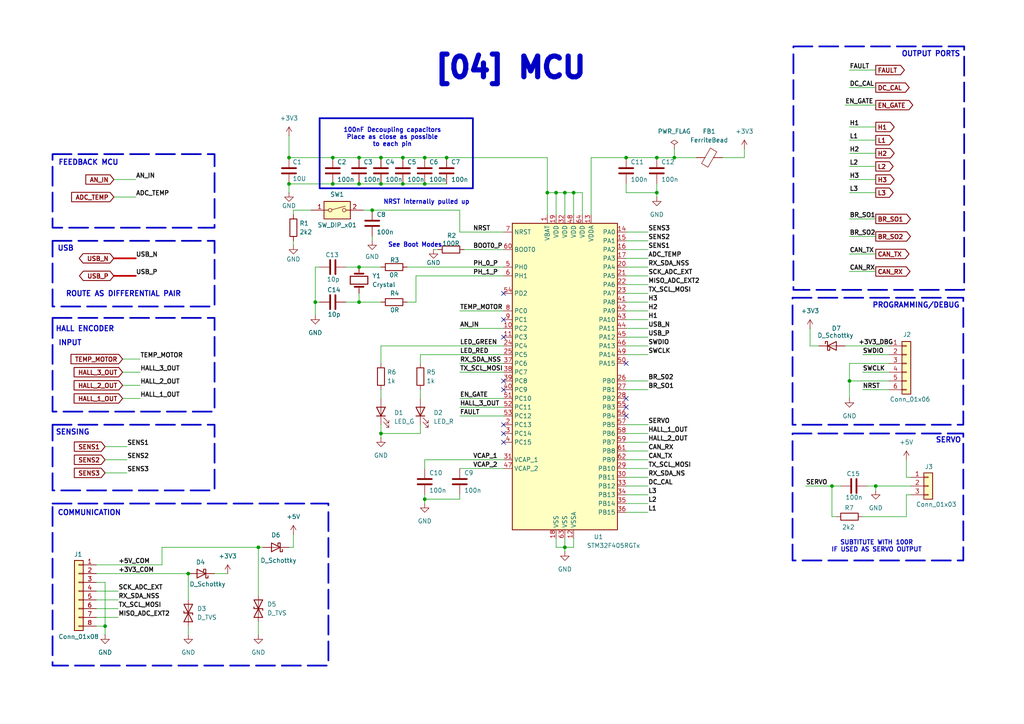
<source format=kicad_sch>
(kicad_sch (version 20231120) (generator "eeschema") (generator_version "8.0")
  (paper "A4")
  (title_block (title "Example Project") (date "2024-12-16") (rev "Rev01_1") (company "AKK Electronics") (comment 3 "aungkyawkhaing96.ece@gmail.com") (comment 4 "Aung Kyaw Khaing"))
  (lib_symbols
    (symbol "Connector_Generic:Conn_01x03" (pin_names (offset 1.016) hide)
      (property "Reference" "J" (at 0 5.08 0))
      (property "Value" "Conn_01x03" (at 0 -5.08 0))
      (symbol "Conn_01x03_1_1"
        (rectangle (start -1.27 -2.413) (end 0 -2.667) (stroke (width 0.1524)))
        (rectangle (start -1.27 0.127) (end 0 -0.127) (stroke (width 0.1524)))
        (rectangle (start -1.27 2.667) (end 0 2.413) (stroke (width 0.1524)))
        (rectangle (start -1.27 3.81) (end 1.27 -3.81) (stroke (width 0.254)) (fill (type background)))
        (pin passive line (at -5.08 2.54 0) (length 3.81) (name "Pin_1") (number "1"))
        (pin passive line (at -5.08 0 0) (length 3.81) (name "Pin_2") (number "2"))
        (pin passive line (at -5.08 -2.54 0) (length 3.81) (name "Pin_3") (number "3"))
      )
    )
    (symbol "Connector_Generic:Conn_01x06" (pin_names (offset 1.016) hide)
      (property "Reference" "J" (at 0 7.62 0))
      (property "Value" "Conn_01x06" (at 0 -10.16 0))
      (symbol "Conn_01x06_1_1"
        (rectangle (start -1.27 -7.493) (end 0 -7.747) (stroke (width 0.1524)))
        (rectangle (start -1.27 -4.953) (end 0 -5.207) (stroke (width 0.1524)))
        (rectangle (start -1.27 -2.413) (end 0 -2.667) (stroke (width 0.1524)))
        (rectangle (start -1.27 0.127) (end 0 -0.127) (stroke (width 0.1524)))
        (rectangle (start -1.27 2.667) (end 0 2.413) (stroke (width 0.1524)))
        (rectangle (start -1.27 5.207) (end 0 4.953) (stroke (width 0.1524)))
        (rectangle (start -1.27 6.35) (end 1.27 -8.89) (stroke (width 0.254)) (fill (type background)))
        (pin passive line (at -5.08 5.08 0) (length 3.81) (name "Pin_1") (number "1"))
        (pin passive line (at -5.08 2.54 0) (length 3.81) (name "Pin_2") (number "2"))
        (pin passive line (at -5.08 0 0) (length 3.81) (name "Pin_3") (number "3"))
        (pin passive line (at -5.08 -2.54 0) (length 3.81) (name "Pin_4") (number "4"))
        (pin passive line (at -5.08 -5.08 0) (length 3.81) (name "Pin_5") (number "5"))
        (pin passive line (at -5.08 -7.62 0) (length 3.81) (name "Pin_6") (number "6"))
      )
    )
    (symbol "Connector_Generic:Conn_01x08" (pin_names (offset 1.016) hide)
      (property "Reference" "J" (at 0 10.16 0))
      (property "Value" "Conn_01x08" (at 0 -12.7 0))
      (symbol "Conn_01x08_1_1"
        (rectangle (start -1.27 -10.033) (end 0 -10.287) (stroke (width 0.1524)))
        (rectangle (start -1.27 -7.493) (end 0 -7.747) (stroke (width 0.1524)))
        (rectangle (start -1.27 -4.953) (end 0 -5.207) (stroke (width 0.1524)))
        (rectangle (start -1.27 -2.413) (end 0 -2.667) (stroke (width 0.1524)))
        (rectangle (start -1.27 0.127) (end 0 -0.127) (stroke (width 0.1524)))
        (rectangle (start -1.27 2.667) (end 0 2.413) (stroke (width 0.1524)))
        (rectangle (start -1.27 5.207) (end 0 4.953) (stroke (width 0.1524)))
        (rectangle (start -1.27 7.747) (end 0 7.493) (stroke (width 0.1524)))
        (rectangle (start -1.27 8.89) (end 1.27 -11.43) (stroke (width 0.254)) (fill (type background)))
        (pin passive line (at -5.08 7.62 0) (length 3.81) (name "Pin_1") (number "1"))
        (pin passive line (at -5.08 5.08 0) (length 3.81) (name "Pin_2") (number "2"))
        (pin passive line (at -5.08 2.54 0) (length 3.81) (name "Pin_3") (number "3"))
        (pin passive line (at -5.08 0 0) (length 3.81) (name "Pin_4") (number "4"))
        (pin passive line (at -5.08 -2.54 0) (length 3.81) (name "Pin_5") (number "5"))
        (pin passive line (at -5.08 -5.08 0) (length 3.81) (name "Pin_6") (number "6"))
        (pin passive line (at -5.08 -7.62 0) (length 3.81) (name "Pin_7") (number "7"))
        (pin passive line (at -5.08 -10.16 0) (length 3.81) (name "Pin_8") (number "8"))
      )
    )
    (symbol "Device:C" (pin_numbers hide) (pin_names (offset 0.254))
      (property "Reference" "C" (at 0.635 2.54 0))
      (property "Value" "C" (at 0.635 -2.54 0))
      (symbol "C_0_1"
        (polyline (pts (xy -2.032 -0.762) (xy 2.032 -0.762)) (stroke (width 0.508)))
        (polyline (pts (xy -2.032 0.762) (xy 2.032 0.762)) (stroke (width 0.508)))
      )
      (symbol "C_1_1"
        (pin passive line (at 0 3.81 270) (length 2.794) (name "~") (number "1"))
        (pin passive line (at 0 -3.81 90) (length 2.794) (name "~") (number "2"))
      )
    )
    (symbol "Device:Crystal" (pin_numbers hide) (pin_names (offset 1.016) hide)
      (property "Reference" "Y" (at 0 3.81 0))
      (property "Value" "Crystal" (at 0 -3.81 0))
      (symbol "Crystal_0_1"
        (rectangle (start -1.143 2.54) (end 1.143 -2.54) (stroke (width 0.3048)))
        (polyline (pts (xy -2.54 0) (xy -1.905 0)))
        (polyline (pts (xy -1.905 -1.27) (xy -1.905 1.27)) (stroke (width 0.508)))
        (polyline (pts (xy 1.905 -1.27) (xy 1.905 1.27)) (stroke (width 0.508)))
        (polyline (pts (xy 2.54 0) (xy 1.905 0)))
      )
      (symbol "Crystal_1_1"
        (pin passive line (at -3.81 0 0) (length 1.27) (name "1") (number "1"))
        (pin passive line (at 3.81 0 180) (length 1.27) (name "2") (number "2"))
      )
    )
    (symbol "Device:D_Schottky" (pin_numbers hide) (pin_names (offset 1.016) hide)
      (property "Reference" "D" (at 0 2.54 0))
      (property "Value" "D_Schottky" (at 0 -2.54 0))
      (symbol "D_Schottky_0_1"
        (polyline (pts (xy 1.27 0) (xy -1.27 0)))
        (polyline (pts (xy 1.27 1.27) (xy 1.27 -1.27) (xy -1.27 0) (xy 1.27 1.27)) (stroke (width 0.254)))
        (polyline (pts (xy -1.905 0.635) (xy -1.905 1.27) (xy -1.27 1.27) (xy -1.27 -1.27) (xy -0.635 -1.27) (xy -0.635 -0.635)) (stroke (width 0.254)))
      )
      (symbol "D_Schottky_1_1"
        (pin passive line (at -3.81 0 0) (length 2.54) (name "K") (number "1"))
        (pin passive line (at 3.81 0 180) (length 2.54) (name "A") (number "2"))
      )
    )
    (symbol "Device:D_TVS" (pin_numbers hide) (pin_names (offset 1.016) hide)
      (property "Reference" "D" (at 0 2.54 0))
      (property "Value" "D_TVS" (at 0 -2.54 0))
      (symbol "D_TVS_0_1"
        (polyline (pts (xy 1.27 0) (xy -1.27 0)))
        (polyline (pts (xy 0.508 1.27) (xy 0 1.27) (xy 0 -1.27) (xy -0.508 -1.27)) (stroke (width 0.254)))
        (polyline (pts (xy -2.54 1.27) (xy -2.54 -1.27) (xy 2.54 1.27) (xy 2.54 -1.27) (xy -2.54 1.27)) (stroke (width 0.254)))
      )
      (symbol "D_TVS_1_1"
        (pin passive line (at -3.81 0 0) (length 2.54) (name "A1") (number "1"))
        (pin passive line (at 3.81 0 180) (length 2.54) (name "A2") (number "2"))
      )
    )
    (symbol "Device:FerriteBead" (pin_numbers hide) (pin_names (offset 0))
      (property "Reference" "FB" (at -3.81 0.635 90))
      (property "Value" "FerriteBead" (at 3.81 0 90))
      (symbol "FerriteBead_0_1"
        (polyline (pts (xy 0 -1.27) (xy 0 -1.2192)))
        (polyline (pts (xy 0 1.27) (xy 0 1.2954)))
        (polyline (pts (xy -2.7686 0.4064) (xy -1.7018 2.2606) (xy 2.7686 -0.3048) (xy 1.6764 -2.159) (xy -2.7686 0.4064)))
      )
      (symbol "FerriteBead_1_1"
        (pin passive line (at 0 3.81 270) (length 2.54) (name "~") (number "1"))
        (pin passive line (at 0 -3.81 90) (length 2.54) (name "~") (number "2"))
      )
    )
    (symbol "Device:LED" (pin_numbers hide) (pin_names (offset 1.016) hide)
      (property "Reference" "D" (at 0 2.54 0))
      (property "Value" "LED" (at 0 -2.54 0))
      (symbol "LED_0_1"
        (polyline (pts (xy -1.27 -1.27) (xy -1.27 1.27)) (stroke (width 0.254)))
        (polyline (pts (xy -1.27 0) (xy 1.27 0)))
        (polyline (pts (xy 1.27 -1.27) (xy 1.27 1.27) (xy -1.27 0) (xy 1.27 -1.27)) (stroke (width 0.254)))
        (polyline (pts (xy -3.048 -0.762) (xy -4.572 -2.286) (xy -3.81 -2.286) (xy -4.572 -2.286) (xy -4.572 -1.524)))
        (polyline (pts (xy -1.778 -0.762) (xy -3.302 -2.286) (xy -2.54 -2.286) (xy -3.302 -2.286) (xy -3.302 -1.524)))
      )
      (symbol "LED_1_1"
        (pin passive line (at -3.81 0 0) (length 2.54) (name "K") (number "1"))
        (pin passive line (at 3.81 0 180) (length 2.54) (name "A") (number "2"))
      )
    )
    (symbol "Device:R" (pin_numbers hide) (pin_names (offset 0))
      (property "Reference" "R" (at 2.032 0 90))
      (property "Value" "R" (at 0 0 90))
      (symbol "R_0_1"
        (rectangle (start -1.016 -2.54) (end 1.016 2.54) (stroke (width 0.254)))
      )
      (symbol "R_1_1"
        (pin passive line (at 0 3.81 270) (length 1.27) (name "~") (number "1"))
        (pin passive line (at 0 -3.81 90) (length 1.27) (name "~") (number "2"))
      )
    )
    (symbol "MCU_ST_STM32F4:STM32F405RGTx"
      (property "Reference" "U1" (at 7.62 -45.466 0))
      (property "Value" "STM32F405RGTx" (at 6.858 -47.752 0))
      (symbol "STM32F405RGTx_0_1"
        (rectangle (start -12.7 48.26) (end 17.78 -40.64) (stroke (width 0.254)) (fill (type background)))
      )
      (symbol "STM32F405RGTx_1_1"
        (pin power_in line (at -2.54 50.8 270) (length 2.54) (name "VBAT") (number "1"))
        (pin bidirectional line (at -15.24 17.78 0) (length 2.54) (name "PC2") (number "10"))
        (pin bidirectional line (at -15.24 15.24 0) (length 2.54) (name "PC3") (number "11"))
        (pin power_in line (at 5.08 -43.18 90) (length 2.54) (name "VSSA") (number "12"))
        (pin power_in line (at 10.16 50.8 270) (length 2.54) (name "VDDA") (number "13"))
        (pin bidirectional line (at 20.32 45.72 180) (length 2.54) (name "PA0") (number "14"))
        (pin bidirectional line (at 20.32 43.18 180) (length 2.54) (name "PA1") (number "15"))
        (pin bidirectional line (at 20.32 40.64 180) (length 2.54) (name "PA2") (number "16"))
        (pin bidirectional line (at 20.32 38.1 180) (length 2.54) (name "PA3") (number "17"))
        (pin power_in line (at 0 -43.18 90) (length 2.54) (name "VSS") (number "18"))
        (pin power_in line (at 0 50.8 270) (length 2.54) (name "VDD") (number "19"))
        (pin bidirectional line (at -15.24 -10.16 0) (length 2.54) (name "PC13") (number "2"))
        (pin bidirectional line (at 20.32 35.56 180) (length 2.54) (name "PA4") (number "20"))
        (pin bidirectional line (at 20.32 33.02 180) (length 2.54) (name "PA5") (number "21"))
        (pin bidirectional line (at 20.32 30.48 180) (length 2.54) (name "PA6") (number "22"))
        (pin bidirectional line (at 20.32 27.94 180) (length 2.54) (name "PA7") (number "23"))
        (pin bidirectional line (at -15.24 12.7 0) (length 2.54) (name "PC4") (number "24"))
        (pin bidirectional line (at -15.24 10.16 0) (length 2.54) (name "PC5") (number "25"))
        (pin bidirectional line (at 20.32 2.54 180) (length 2.54) (name "PB0") (number "26"))
        (pin bidirectional line (at 20.32 0 180) (length 2.54) (name "PB1") (number "27"))
        (pin bidirectional line (at 20.32 -2.54 180) (length 2.54) (name "PB2") (number "28"))
        (pin bidirectional line (at 20.32 -22.86 180) (length 2.54) (name "PB10") (number "29"))
        (pin bidirectional line (at -15.24 -12.7 0) (length 2.54) (name "PC14") (number "3"))
        (pin bidirectional line (at 20.32 -25.4 180) (length 2.54) (name "PB11") (number "30"))
        (pin power_out line (at -15.24 -20.32 0) (length 2.54) (name "VCAP_1") (number "31"))
        (pin power_in line (at 2.54 50.8 270) (length 2.54) (name "VDD") (number "32"))
        (pin bidirectional line (at 20.32 -27.94 180) (length 2.54) (name "PB12") (number "33"))
        (pin bidirectional line (at 20.32 -30.48 180) (length 2.54) (name "PB13") (number "34"))
        (pin bidirectional line (at 20.32 -33.02 180) (length 2.54) (name "PB14") (number "35"))
        (pin bidirectional line (at 20.32 -35.56 180) (length 2.54) (name "PB15") (number "36"))
        (pin bidirectional line (at -15.24 7.62 0) (length 2.54) (name "PC6") (number "37"))
        (pin bidirectional line (at -15.24 5.08 0) (length 2.54) (name "PC7") (number "38"))
        (pin bidirectional line (at -15.24 2.54 0) (length 2.54) (name "PC8") (number "39"))
        (pin bidirectional line (at -15.24 -15.24 0) (length 2.54) (name "PC15") (number "4"))
        (pin bidirectional line (at -15.24 0 0) (length 2.54) (name "PC9") (number "40"))
        (pin bidirectional line (at 20.32 25.4 180) (length 2.54) (name "PA8") (number "41"))
        (pin bidirectional line (at 20.32 22.86 180) (length 2.54) (name "PA9") (number "42"))
        (pin bidirectional line (at 20.32 20.32 180) (length 2.54) (name "PA10") (number "43"))
        (pin bidirectional line (at 20.32 17.78 180) (length 2.54) (name "PA11") (number "44"))
        (pin bidirectional line (at 20.32 15.24 180) (length 2.54) (name "PA12") (number "45"))
        (pin bidirectional line (at 20.32 12.7 180) (length 2.54) (name "PA13") (number "46"))
        (pin power_out line (at -15.24 -22.86 0) (length 2.54) (name "VCAP_2") (number "47"))
        (pin power_in line (at 5.08 50.8 270) (length 2.54) (name "VDD") (number "48"))
        (pin bidirectional line (at 20.32 10.16 180) (length 2.54) (name "PA14") (number "49"))
        (pin bidirectional line (at -15.24 35.56 0) (length 2.54) (name "PH0") (number "5"))
        (pin bidirectional line (at 20.32 7.62 180) (length 2.54) (name "PA15") (number "50"))
        (pin bidirectional line (at -15.24 -2.54 0) (length 2.54) (name "PC10") (number "51"))
        (pin bidirectional line (at -15.24 -5.08 0) (length 2.54) (name "PC11") (number "52"))
        (pin bidirectional line (at -15.24 -7.62 0) (length 2.54) (name "PC12") (number "53"))
        (pin bidirectional line (at -15.24 27.94 0) (length 2.54) (name "PD2") (number "54"))
        (pin bidirectional line (at 20.32 -5.08 180) (length 2.54) (name "PB3") (number "55"))
        (pin bidirectional line (at 20.32 -7.62 180) (length 2.54) (name "PB4") (number "56"))
        (pin bidirectional line (at 20.32 -10.16 180) (length 2.54) (name "PB5") (number "57"))
        (pin bidirectional line (at 20.32 -12.7 180) (length 2.54) (name "PB6") (number "58"))
        (pin bidirectional line (at 20.32 -15.24 180) (length 2.54) (name "PB7") (number "59"))
        (pin bidirectional line (at -15.24 33.02 0) (length 2.54) (name "PH1") (number "6"))
        (pin input line (at -15.24 40.64 0) (length 2.54) (name "BOOT0") (number "60"))
        (pin bidirectional line (at 20.32 -17.78 180) (length 2.54) (name "PB8") (number "61"))
        (pin bidirectional line (at 20.32 -20.32 180) (length 2.54) (name "PB9") (number "62"))
        (pin power_in line (at 2.54 -43.18 90) (length 2.54) (name "VSS") (number "63"))
        (pin power_in line (at 7.62 50.8 270) (length 2.54) (name "VDD") (number "64"))
        (pin input line (at -15.24 45.72 0) (length 2.54) (name "NRST") (number "7"))
        (pin bidirectional line (at -15.24 22.86 0) (length 2.54) (name "PC0") (number "8"))
        (pin bidirectional line (at -15.24 20.32 0) (length 2.54) (name "PC1") (number "9"))
      )
    )
    (symbol "Switch:SW_DIP_x01" (pin_names (offset 0) hide)
      (property "Reference" "SW" (at 0 3.81 0))
      (property "Value" "SW_DIP_x01" (at 0 -3.81 0))
      (symbol "SW_DIP_x01_0_0"
        (circle (center -2.032 0) (radius 0.508))
        (polyline (pts (xy -1.524 0.127) (xy 2.3622 1.1684)))
        (circle (center 2.032 0) (radius 0.508))
      )
      (symbol "SW_DIP_x01_0_1"
        (rectangle (start -3.81 2.54) (end 3.81 -2.54) (stroke (width 0.254)) (fill (type background)))
      )
      (symbol "SW_DIP_x01_1_1"
        (pin passive line (at -7.62 0 0) (length 5.08) (name "~") (number "1"))
        (pin passive line (at 7.62 0 180) (length 5.08) (name "~") (number "2"))
      )
    )
    (symbol "power:+3V3" (power) (pin_numbers hide) (pin_names (offset 0) hide)
      (property "Value" "+3V3" (at 0 3.556 0))
      (symbol "+3V3_0_1"
        (polyline (pts (xy -0.762 1.27) (xy 0 2.54)))
        (polyline (pts (xy 0 0) (xy 0 2.54)))
        (polyline (pts (xy 0 2.54) (xy 0.762 1.27)))
      )
      (symbol "+3V3_1_1"
        (pin power_in line (at 0 0 90) (length 0) (name "~") (number "1"))
      )
    )
    (symbol "power:+5V" (power) (pin_numbers hide) (pin_names (offset 0) hide)
      (property "Value" "+5V" (at 0 3.556 0))
      (symbol "+5V_0_1"
        (polyline (pts (xy -0.762 1.27) (xy 0 2.54)))
        (polyline (pts (xy 0 0) (xy 0 2.54)))
        (polyline (pts (xy 0 2.54) (xy 0.762 1.27)))
      )
      (symbol "+5V_1_1"
        (pin power_in line (at 0 0 90) (length 0) (name "~") (number "1"))
      )
    )
    (symbol "power:GND" (power) (pin_numbers hide) (pin_names (offset 0) hide)
      (property "Value" "GND" (at 0 -3.81 0))
      (symbol "GND_0_1"
        (polyline (pts (xy 0 0) (xy 0 -1.27) (xy 1.27 -1.27) (xy 0 -2.54) (xy -1.27 -1.27) (xy 0 -1.27)))
      )
      (symbol "GND_1_1"
        (pin power_in line (at 0 0 270) (length 0) (name "~") (number "1"))
      )
    )
    (symbol "power:PWR_FLAG" (power) (pin_numbers hide) (pin_names (offset 0) hide)
      (property "Value" "PWR_FLAG" (at 0 3.81 0))
      (symbol "PWR_FLAG_0_0"
        (pin power_out line (at 0 0 90) (length 0) (name "~") (number "1"))
      )
      (symbol "PWR_FLAG_0_1"
        (polyline (pts (xy 0 0) (xy 0 1.27) (xy -1.016 1.905) (xy 0 2.54) (xy 1.016 1.905) (xy 0 1.27)))
      )
    )
  )
  (junction (at 110.49 125.73))
  (junction (at 110.49 45.72))
  (junction (at 181.61 45.72))
  (junction (at 104.14 87.63))
  (junction (at 96.52 45.72))
  (junction (at 190.5 45.72))
  (junction (at 166.37 55.88))
  (junction (at 195.58 45.72))
  (junction (at 161.29 55.88))
  (junction (at 129.54 45.72))
  (junction (at 163.83 55.88))
  (junction (at 190.5 55.88))
  (junction (at 123.19 144.78))
  (junction (at 123.19 53.34))
  (junction (at 110.49 53.34))
  (junction (at 74.93 158.75))
  (junction (at 116.84 53.34))
  (junction (at 83.82 45.72))
  (junction (at 241.3 140.97))
  (junction (at 104.14 45.72))
  (junction (at 96.52 53.34))
  (junction (at 254 140.97))
  (junction (at 91.44 87.63))
  (junction (at 104.14 53.34))
  (junction (at 83.82 53.34))
  (junction (at 107.95 60.96))
  (junction (at 54.61 166.37))
  (junction (at 30.48 181.61))
  (junction (at 123.19 45.72))
  (junction (at 116.84 45.72))
  (junction (at 104.14 77.47))
  (junction (at 158.75 55.88))
  (junction (at 246.38 110.49))
  (junction (at 163.83 158.75))
  (no_connect (at 146.05 113.03))
  (no_connect (at 181.61 120.65))
  (no_connect (at 146.05 123.19))
  (no_connect (at 146.05 92.71))
  (no_connect (at 181.61 115.57))
  (no_connect (at 181.61 118.11))
  (no_connect (at 146.05 85.09))
  (no_connect (at 146.05 125.73))
  (no_connect (at 146.05 97.79))
  (no_connect (at 146.05 128.27))
  (no_connect (at 181.61 105.41))
  (no_connect (at 146.05 110.49))
  (wire (pts (xy 85.09 158.75) (xy 83.82 158.75)))
  (wire (pts (xy 163.83 158.75) (xy 163.83 160.02)))
  (wire (pts (xy 110.49 45.72) (xy 116.84 45.72)))
  (wire (pts (xy 187.96 133.35) (xy 181.61 133.35)))
  (wire (pts (xy 163.83 55.88) (xy 166.37 55.88)))
  (wire (pts (xy 181.61 55.88) (xy 190.5 55.88)))
  (wire (pts (xy 83.82 53.34) (xy 96.52 53.34)))
  (wire (pts (xy 241.3 140.97) (xy 241.3 149.86)))
  (wire (pts (xy 27.94 171.45) (xy 34.29 171.45)))
  (wire (pts (xy 40.64 104.14) (xy 35.56 104.14)))
  (wire (pts (xy 104.14 85.09) (xy 104.14 87.63)))
  (wire (pts (xy 187.96 67.31) (xy 181.61 67.31)))
  (wire (pts (xy 161.29 156.21) (xy 161.29 158.75)))
  (wire (pts (xy 146.05 72.39) (xy 134.62 72.39)))
  (wire (pts (xy 166.37 55.88) (xy 166.37 62.23)))
  (wire (pts (xy 46.99 163.83) (xy 46.99 158.75)))
  (wire (pts (xy 100.33 77.47) (xy 104.14 77.47)))
  (wire (pts (xy 187.96 140.97) (xy 181.61 140.97)))
  (wire (pts (xy 39.37 57.15) (xy 33.02 57.15)))
  (wire (pts (xy 250.19 102.87) (xy 257.81 102.87)))
  (wire (pts (xy 110.49 53.34) (xy 116.84 53.34)))
  (wire (pts (xy 91.44 87.63) (xy 91.44 77.47)))
  (wire (pts (xy 105.41 60.96) (xy 107.95 60.96)))
  (wire (pts (xy 187.96 100.33) (xy 181.61 100.33)))
  (wire (pts (xy 187.96 102.87) (xy 181.61 102.87)))
  (wire (pts (xy 120.65 80.01) (xy 146.05 80.01)))
  (wire (pts (xy 36.83 129.54) (xy 30.48 129.54)))
  (wire (pts (xy 116.84 53.34) (xy 123.19 53.34)))
  (wire (pts (xy 181.61 53.34) (xy 181.61 55.88)))
  (wire (pts (xy 187.96 74.93) (xy 181.61 74.93)))
  (wire (pts (xy 250.19 107.95) (xy 257.81 107.95)))
  (wire (pts (xy 242.57 149.86) (xy 241.3 149.86)))
  (wire (pts (xy 246.38 36.83) (xy 254 36.83)))
  (wire (pts (xy 171.45 45.72) (xy 181.61 45.72)))
  (wire (pts (xy 133.35 90.17) (xy 146.05 90.17)))
  (wire (pts (xy 133.35 95.25) (xy 146.05 95.25)))
  (wire (pts (xy 190.5 53.34) (xy 190.5 55.88)))
  (wire (pts (xy 104.14 87.63) (xy 110.49 87.63)))
  (wire (pts (xy 187.96 85.09) (xy 181.61 85.09)))
  (wire (pts (xy 195.58 45.72) (xy 201.93 45.72)))
  (wire (pts (xy 246.38 55.88) (xy 254 55.88)))
  (wire (pts (xy 246.38 20.32) (xy 254 20.32)))
  (wire (pts (xy 233.68 140.97) (xy 241.3 140.97)))
  (wire (pts (xy 187.96 77.47) (xy 181.61 77.47)))
  (wire (pts (xy 133.35 105.41) (xy 146.05 105.41)))
  (wire (pts (xy 251.46 140.97) (xy 254 140.97)))
  (wire (pts (xy 133.35 107.95) (xy 146.05 107.95)))
  (wire (pts (xy 27.94 179.07) (xy 34.29 179.07)))
  (wire (pts (xy 54.61 166.37) (xy 54.61 173.99)))
  (wire (pts (xy 104.14 45.72) (xy 110.49 45.72)))
  (wire (pts (xy 187.96 72.39) (xy 181.61 72.39)))
  (wire (pts (xy 110.49 100.33) (xy 110.49 105.41)))
  (wire (pts (xy 123.19 133.35) (xy 146.05 133.35)))
  (wire (pts (xy 133.35 120.65) (xy 146.05 120.65)))
  (wire (pts (xy 110.49 125.73) (xy 110.49 127)))
  (wire (pts (xy 27.94 166.37) (xy 54.61 166.37)))
  (wire (pts (xy 123.19 53.34) (xy 129.54 53.34)))
  (wire (pts (xy 187.96 146.05) (xy 181.61 146.05)))
  (wire (pts (xy 90.17 60.96) (xy 85.09 60.96)))
  (wire (pts (xy 27.94 181.61) (xy 30.48 181.61)))
  (wire (pts (xy 36.83 137.16) (xy 30.48 137.16)))
  (wire (pts (xy 246.38 68.58) (xy 254 68.58)))
  (wire (pts (xy 133.35 144.78) (xy 123.19 144.78)))
  (wire (pts (xy 158.75 55.88) (xy 158.75 45.72)))
  (wire (pts (xy 127 72.39) (xy 125.73 72.39)))
  (wire (pts (xy 27.94 163.83) (xy 46.99 163.83)))
  (wire (pts (xy 187.96 92.71) (xy 181.61 92.71)))
  (wire (pts (xy 116.84 45.72) (xy 123.19 45.72)))
  (wire (pts (xy 123.19 143.51) (xy 123.19 144.78)))
  (wire (pts (xy 187.96 80.01) (xy 181.61 80.01)))
  (wire (pts (xy 100.33 87.63) (xy 104.14 87.63)))
  (wire (pts (xy 187.96 143.51) (xy 181.61 143.51)))
  (wire (pts (xy 161.29 55.88) (xy 161.29 62.23)))
  (wire (pts (xy 83.82 45.72) (xy 96.52 45.72)))
  (wire (pts (xy 181.61 45.72) (xy 190.5 45.72)))
  (wire (pts (xy 36.83 133.35) (xy 30.48 133.35)))
  (wire (pts (xy 187.96 97.79) (xy 181.61 97.79)))
  (wire (pts (xy 30.48 168.91) (xy 30.48 181.61)))
  (wire (pts (xy 166.37 55.88) (xy 168.91 55.88)))
  (wire (pts (xy 187.96 110.49) (xy 181.61 110.49)))
  (wire (pts (xy 246.38 44.45) (xy 254 44.45)))
  (wire (pts (xy 91.44 87.63) (xy 92.71 87.63)))
  (wire (pts (xy 91.44 87.63) (xy 91.44 91.44)))
  (wire (pts (xy 83.82 39.37) (xy 83.82 45.72)))
  (wire (pts (xy 246.38 40.64) (xy 254 40.64)))
  (wire (pts (xy 27.94 176.53) (xy 34.29 176.53)))
  (wire (pts (xy 118.11 77.47) (xy 146.05 77.47)))
  (wire (pts (xy 39.37 80.01) (xy 33.02 80.01)) (stroke (width 0.5) (color 194 0 0 1)))
  (wire (pts (xy 254 140.97) (xy 264.16 140.97)))
  (wire (pts (xy 107.95 68.58) (xy 107.95 69.85)))
  (wire (pts (xy 257.81 110.49) (xy 246.38 110.49)))
  (wire (pts (xy 250.19 149.86) (xy 262.89 149.86)))
  (wire (pts (xy 74.93 158.75) (xy 74.93 172.72)))
  (wire (pts (xy 133.35 143.51) (xy 133.35 144.78)))
  (wire (pts (xy 187.96 123.19) (xy 181.61 123.19)))
  (wire (pts (xy 190.5 57.15) (xy 190.5 55.88)))
  (wire (pts (xy 187.96 148.59) (xy 181.61 148.59)))
  (wire (pts (xy 187.96 135.89) (xy 181.61 135.89)))
  (wire (pts (xy 39.37 74.93) (xy 33.02 74.93)) (stroke (width 0.5) (color 194 0 0 1)))
  (wire (pts (xy 234.95 95.25) (xy 234.95 100.33)))
  (wire (pts (xy 27.94 168.91) (xy 30.48 168.91)))
  (wire (pts (xy 110.49 123.19) (xy 110.49 125.73)))
  (wire (pts (xy 133.35 115.57) (xy 146.05 115.57)))
  (wire (pts (xy 83.82 53.34) (xy 83.82 55.88)))
  (wire (pts (xy 121.92 123.19) (xy 121.92 125.73)))
  (wire (pts (xy 163.83 62.23) (xy 163.83 55.88)))
  (wire (pts (xy 245.11 30.48) (xy 254 30.48)))
  (wire (pts (xy 74.93 180.34) (xy 74.93 184.15)))
  (wire (pts (xy 96.52 53.34) (xy 104.14 53.34)))
  (wire (pts (xy 246.38 78.74) (xy 254 78.74)))
  (wire (pts (xy 85.09 60.96) (xy 85.09 62.23)))
  (wire (pts (xy 123.19 144.78) (xy 123.19 146.05)))
  (wire (pts (xy 123.19 45.72) (xy 129.54 45.72)))
  (wire (pts (xy 254 140.97) (xy 254 142.24)))
  (wire (pts (xy 250.19 113.03) (xy 257.81 113.03)))
  (wire (pts (xy 133.35 60.96) (xy 133.35 67.31)))
  (wire (pts (xy 246.38 48.26) (xy 254 48.26)))
  (wire (pts (xy 76.2 158.75) (xy 74.93 158.75)))
  (wire (pts (xy 246.38 25.4) (xy 254 25.4)))
  (wire (pts (xy 120.65 87.63) (xy 118.11 87.63)))
  (wire (pts (xy 121.92 125.73) (xy 110.49 125.73)))
  (wire (pts (xy 187.96 82.55) (xy 181.61 82.55)))
  (wire (pts (xy 123.19 133.35) (xy 123.19 135.89)))
  (wire (pts (xy 187.96 113.03) (xy 181.61 113.03)))
  (wire (pts (xy 246.38 73.66) (xy 254 73.66)))
  (wire (pts (xy 187.96 138.43) (xy 181.61 138.43)))
  (wire (pts (xy 257.81 105.41) (xy 246.38 105.41)))
  (wire (pts (xy 104.14 77.47) (xy 110.49 77.47)))
  (wire (pts (xy 104.14 53.34) (xy 110.49 53.34)))
  (wire (pts (xy 158.75 45.72) (xy 129.54 45.72)))
  (wire (pts (xy 133.35 118.11) (xy 146.05 118.11)))
  (wire (pts (xy 166.37 156.21) (xy 166.37 158.75)))
  (wire (pts (xy 166.37 158.75) (xy 163.83 158.75)))
  (wire (pts (xy 187.96 87.63) (xy 181.61 87.63)))
  (wire (pts (xy 215.9 43.18) (xy 215.9 45.72)))
  (wire (pts (xy 161.29 158.75) (xy 163.83 158.75)))
  (wire (pts (xy 187.96 69.85) (xy 181.61 69.85)))
  (wire (pts (xy 187.96 125.73) (xy 181.61 125.73)))
  (wire (pts (xy 187.96 90.17) (xy 181.61 90.17)))
  (wire (pts (xy 246.38 52.07) (xy 254 52.07)))
  (wire (pts (xy 40.64 107.95) (xy 35.56 107.95)))
  (wire (pts (xy 190.5 45.72) (xy 195.58 45.72)))
  (wire (pts (xy 133.35 135.89) (xy 146.05 135.89)))
  (wire (pts (xy 209.55 45.72) (xy 215.9 45.72)))
  (wire (pts (xy 234.95 100.33) (xy 237.49 100.33)))
  (wire (pts (xy 262.89 149.86) (xy 262.89 143.51)))
  (wire (pts (xy 107.95 60.96) (xy 133.35 60.96)))
  (wire (pts (xy 96.52 45.72) (xy 104.14 45.72)))
  (wire (pts (xy 161.29 55.88) (xy 158.75 55.88)))
  (wire (pts (xy 241.3 140.97) (xy 243.84 140.97)))
  (wire (pts (xy 262.89 143.51) (xy 264.16 143.51)))
  (wire (pts (xy 46.99 158.75) (xy 74.93 158.75)))
  (wire (pts (xy 246.38 105.41) (xy 246.38 110.49)))
  (wire (pts (xy 158.75 62.23) (xy 158.75 55.88)))
  (wire (pts (xy 163.83 156.21) (xy 163.83 158.75)))
  (wire (pts (xy 27.94 173.99) (xy 34.29 173.99)))
  (wire (pts (xy 110.49 113.03) (xy 110.49 115.57)))
  (wire (pts (xy 161.29 55.88) (xy 163.83 55.88)))
  (wire (pts (xy 262.89 138.43) (xy 264.16 138.43)))
  (wire (pts (xy 62.23 166.37) (xy 66.04 166.37)))
  (wire (pts (xy 246.38 63.5) (xy 254 63.5)))
  (wire (pts (xy 246.38 110.49) (xy 246.38 115.57)))
  (wire (pts (xy 39.37 52.07) (xy 33.02 52.07)))
  (wire (pts (xy 40.64 111.76) (xy 35.56 111.76)))
  (wire (pts (xy 187.96 128.27) (xy 181.61 128.27)))
  (wire (pts (xy 85.09 69.85) (xy 85.09 71.12)))
  (wire (pts (xy 133.35 67.31) (xy 146.05 67.31)))
  (wire (pts (xy 85.09 154.94) (xy 85.09 158.75)))
  (wire (pts (xy 91.44 77.47) (xy 92.71 77.47)))
  (wire (pts (xy 187.96 130.81) (xy 181.61 130.81)))
  (wire (pts (xy 187.96 95.25) (xy 181.61 95.25)))
  (wire (pts (xy 30.48 181.61) (xy 30.48 184.15)))
  (wire (pts (xy 54.61 181.61) (xy 54.61 184.15)))
  (wire (pts (xy 168.91 62.23) (xy 168.91 55.88)))
  (wire (pts (xy 146.05 100.33) (xy 110.49 100.33)))
  (wire (pts (xy 120.65 80.01) (xy 120.65 87.63)))
  (wire (pts (xy 195.58 43.18) (xy 195.58 45.72)))
  (wire (pts (xy 40.64 115.57) (xy 35.56 115.57)))
  (wire (pts (xy 121.92 113.03) (xy 121.92 115.57)))
  (wire (pts (xy 146.05 102.87) (xy 121.92 102.87)))
  (wire (pts (xy 121.92 102.87) (xy 121.92 105.41)))
  (wire (pts (xy 262.89 138.43) (xy 262.89 133.35)))
  (wire (pts (xy 245.11 100.33) (xy 257.81 100.33)))
  (wire (pts (xy 171.45 62.23) (xy 171.45 45.72)))
  (rectangle (start 15.24 44.704) (end 62.23 66.04) (stroke (width 0.5) (type dash)))
  (rectangle (start 15.24 69.85) (end 62.23 88.9) (stroke (width 0.5) (type dash)))
  (rectangle (start 15.24 146.05) (end 95.25 193.04) (stroke (width 0.5) (type dash)))
  (rectangle (start 15.24 123.19) (end 62.23 142.24) (stroke (width 0.5) (type dash)))
  (rectangle (start 230.124 13.462) (end 279.654 84.074) (stroke (width 0.5) (type dash)))
  (rectangle (start 92.71 34.29) (end 137.16 54.61) (stroke (width 0.5) (color 0 0 194 1)))
  (rectangle (start 229.87 86.36) (end 279.4 123.19) (stroke (width 0.5) (type dash)))
  (rectangle (start 15.24 92.202) (end 62.23 119.38) (stroke (width 0.5) (type dash)))
  (rectangle (start 229.87 125.73) (end 279.4 162.56) (stroke (width 0.5) (type dash)))
  (text "100nF Decoupling capacitors\nPlace as close as possible\nto each pin" (at 113.792 39.878 0) (effects (font (size 1.27 1.27) (bold yes))))
  (text "OUTPUT PORTS\n" (at 270.002 15.748 0) (effects (font (size 1.5 1.5) (bold yes))))
  (text "See Boot Modes" (at 120.396 71.12 0) (effects (font (size 1.27 1.27) (bold yes))))
  (text "SERVO" (at 275.082 127.762 0) (effects (font (size 1.5 1.5) (bold yes))))
  (text "[04] MCU" (at 148.082 19.812 0) (effects (font (size 6 6) (thickness 1.6) (bold yes))))
  (text "SENSING\n" (at 21.082 125.476 0) (effects (font (size 1.5 1.5) (bold yes))))
  (text "USB\n" (at 19.05 72.136 0) (effects (font (size 1.5 1.5) (bold yes))))
  (text "SUBTITUTE WITH 100R\nIF USED AS SERVO OUTPUT" (at 254.254 158.496 0) (effects (font (size 1.27 1.27) (bold yes))))
  (text "PROGRAMMING/DEBUG" (at 265.684 88.646 0) (effects (font (size 1.5 1.5) (bold yes))))
  (text "INPUT\n" (at 20.32 99.568 0) (effects (font (size 1.5 1.5) (bold yes))))
  (text "ROUTE AS DIFFERENTIAL PAIR" (at 35.814 85.344 0) (effects (font (size 1.5 1.5) (bold yes))))
  (text "FEEDBACK MCU\n" (at 25.654 47.244 0) (effects (font (size 1.5 1.5) (bold yes))))
  (text "NRST internally pulled up\n" (at 123.698 58.674 0) (effects (font (size 1.27 1.27) (bold yes))))
  (text "HALL ENCODER" (at 24.638 95.504 0) (effects (font (size 1.5 1.5) (bold yes))))
  (text "COMMUNICATION" (at 25.908 148.844 0) (effects (font (size 1.5 1.5) (bold yes))))
  (label "USB_P" (at 187.96 97.79 0) (effects (font (bold yes))))
  (label "FAULT" (at 133.35 120.65 0) (effects (font (bold yes))))
  (label "VCAP_2" (at 137.16 135.89 0) (effects (font (bold yes))))
  (label "CAN_RX" (at 246.38 78.74 0) (effects (font (bold yes))))
  (label "ADC_TEMP" (at 39.37 57.15 0) (effects (font (bold yes))))
  (label "EN_GATE" (at 245.11 30.48 0) (effects (font (bold yes))))
  (label "L1" (at 246.38 40.64 0) (effects (font (bold yes))))
  (label "CAN_TX" (at 187.96 133.35 0) (effects (font (bold yes))))
  (label "PH_0_P" (at 137.16 77.47 0) (effects (font (bold yes))))
  (label "H1" (at 187.96 92.71 0) (effects (font (bold yes))))
  (label "LED_GREEN" (at 133.35 100.33 0) (effects (font (bold yes))))
  (label "TEMP_MOTOR" (at 40.64 104.14 0) (effects (font (bold yes))))
  (label "USB_N" (at 187.96 95.25 0) (effects (font (bold yes))))
  (label "BOOT0_P" (at 137.16 72.39 0) (effects (font (bold yes))))
  (label "SENS1" (at 187.96 72.39 0) (effects (font (bold yes))))
  (label "SENS2" (at 36.83 133.35 0) (effects (font (bold yes))))
  (label "AN_IN" (at 39.37 52.07 0) (effects (font (bold yes))))
  (label "SERVO" (at 187.96 123.19 0) (effects (font (bold yes))))
  (label "H2" (at 187.96 90.17 0) (effects (font (bold yes))))
  (label "SWCLK" (at 187.96 102.87 0) (effects (font (bold yes))))
  (label "NRST" (at 137.16 67.31 0) (effects (font (bold yes))))
  (label "SCK_ADC_EXT" (at 34.29 171.45 0) (effects (font (bold yes))))
  (label "L1" (at 187.96 148.59 0) (effects (font (bold yes))))
  (label "NRST" (at 250.19 113.03 0) (effects (font (bold yes))))
  (label "L2" (at 246.38 48.26 0) (effects (font (bold yes))))
  (label "HALL_2_OUT" (at 40.64 111.76 0) (effects (font (bold yes))))
  (label "L2" (at 187.96 146.05 0) (effects (font (bold yes))))
  (label "CAN_TX" (at 246.38 73.66 0) (effects (font (bold yes))))
  (label "AN_IN" (at 133.35 95.25 0) (effects (font (bold yes))))
  (label "USB_P" (at 39.37 80.01 0) (effects (font (bold yes))))
  (label "BR_SO2" (at 246.38 68.58 0) (effects (font (bold yes))))
  (label "HALL_1_OUT" (at 40.64 115.57 0) (effects (font (bold yes))))
  (label "FAULT" (at 246.38 20.32 0) (effects (font (bold yes))))
  (label "CAN_RX" (at 187.96 130.81 0) (effects (font (bold yes))))
  (label "HALL_1_OUT" (at 187.96 125.73 0) (effects (font (bold yes))))
  (label "H2" (at 246.38 44.45 0) (effects (font (bold yes))))
  (label "PH_1_P" (at 137.16 80.01 0) (effects (font (bold yes))))
  (label "USB_N" (at 39.37 74.93 0) (effects (font (bold yes))))
  (label "+3V3_DBG" (at 248.92 100.33 0) (effects (font (bold yes))))
  (label "+5V_COM" (at 34.29 163.83 0) (effects (font (bold yes))))
  (label "HALL_3_OUT" (at 40.64 107.95 0) (effects (font (bold yes))))
  (label "L3" (at 246.38 55.88 0) (effects (font (bold yes))))
  (label "RX_SDA_NSS" (at 187.96 77.47 0) (effects (font (bold yes))))
  (label "SWDIO" (at 250.19 102.87 0) (effects (font (bold yes))))
  (label "TX_SCL_MOSI" (at 133.35 107.95 0) (effects (font (bold yes))))
  (label "DC_CAL" (at 187.96 140.97 0) (effects (font (bold yes))))
  (label "RX_SDA_NSS" (at 133.35 105.41 0) (effects (font (bold yes))))
  (label "HALL_2_OUT" (at 187.96 128.27 0) (effects (font (bold yes))))
  (label "L3" (at 187.96 143.51 0) (effects (font (bold yes))))
  (label "SWDIO" (at 187.96 100.33 0) (effects (font (bold yes))))
  (label "SENS3" (at 187.96 67.31 0) (effects (font (bold yes))))
  (label "BR_S02" (at 187.96 110.49 0) (effects (font (bold yes))))
  (label "+3V3_COM" (at 34.29 166.37 0) (effects (font (bold yes))))
  (label "TEMP_MOTOR" (at 133.35 90.17 0) (effects (font (bold yes))))
  (label "TX_SCL_MOSI" (at 34.29 176.53 0) (effects (font (bold yes))))
  (label "BR_SO1" (at 187.96 113.03 0) (effects (font (bold yes))))
  (label "H3" (at 246.38 52.07 0) (effects (font (bold yes))))
  (label "EN_GATE" (at 133.35 115.57 0) (effects (font (bold yes))))
  (label "SCK_ADC_EXT" (at 187.96 80.01 0) (effects (font (bold yes))))
  (label "SENS1" (at 36.83 129.54 0) (effects (font (bold yes))))
  (label "SERVO" (at 233.68 140.97 0) (effects (font (bold yes))))
  (label "HALL_3_OUT" (at 133.35 118.11 0) (effects (font (bold yes))))
  (label "RX_SDA_NSS" (at 34.29 173.99 0) (effects (font (bold yes))))
  (label "TX_SCL_MOSI" (at 187.96 135.89 0) (effects (font (bold yes))))
  (label "SENS3" (at 36.83 137.16 0) (effects (font (bold yes))))
  (label "DC_CAL" (at 246.38 25.4 0) (effects (font (bold yes))))
  (label "VCAP_1" (at 137.16 133.35 0) (effects (font (bold yes))))
  (label "MISO_ADC_EXT2" (at 34.29 179.07 0) (effects (font (bold yes))))
  (label "LED_RED" (at 133.35 102.87 0) (effects (font (bold yes))))
  (label "SENS2" (at 187.96 69.85 0) (effects (font (bold yes))))
  (label "RX_SDA_NS" (at 187.96 138.43 0) (effects (font (bold yes))))
  (label "TX_SCL_MOSI" (at 187.96 85.09 0) (effects (font (bold yes))))
  (label "BR_SO1" (at 246.38 63.5 0) (effects (font (bold yes))))
  (label "H1" (at 246.38 36.83 0) (effects (font (bold yes))))
  (label "MISO_ADC_EXT2" (at 187.96 82.55 0) (effects (font (bold yes))))
  (label "H3" (at 187.96 87.63 0) (effects (font (bold yes))))
  (label "ADC_TEMP" (at 187.96 74.93 0) (effects (font (bold yes))))
  (label "SWCLK" (at 250.19 107.95 0) (effects (font (bold yes))))
  (global_label "L2" (shape output) (at 254 48.26 0) (effects (font (bold yes))) (property "Intersheetrefs" "${INTERSHEET_REFS}" (effects (hide yes))))
  (global_label "USB_P" (shape bidirectional) (at 33.02 80.01 180) (effects (font (bold yes))) (property "Intersheetrefs" "${INTERSHEET_REFS}" (effects (hide yes))))
  (global_label "SENS2" (shape input) (at 30.48 133.35 180) (effects (font (bold yes))) (property "Intersheetrefs" "${INTERSHEET_REFS}" (effects (hide yes))))
  (global_label "H1" (shape output) (at 254 36.83 0) (effects (font (bold yes))) (property "Intersheetrefs" "${INTERSHEET_REFS}" (effects (hide yes))))
  (global_label "HALL_1_OUT" (shape input) (at 35.56 115.57 180) (effects (font (bold yes))) (property "Intersheetrefs" "${INTERSHEET_REFS}" (effects (hide yes))))
  (global_label "EN_GATE" (shape output) (at 254 30.48 0) (effects (font (bold yes))) (property "Intersheetrefs" "${INTERSHEET_REFS}" (effects (hide yes))))
  (global_label "HALL_2_OUT" (shape input) (at 35.56 111.76 180) (effects (font (bold yes))) (property "Intersheetrefs" "${INTERSHEET_REFS}" (effects (hide yes))))
  (global_label "H2" (shape output) (at 254 44.45 0) (effects (font (bold yes))) (property "Intersheetrefs" "${INTERSHEET_REFS}" (effects (hide yes))))
  (global_label "USB_N" (shape bidirectional) (at 33.02 74.93 180) (effects (font (bold yes))) (property "Intersheetrefs" "${INTERSHEET_REFS}" (effects (hide yes))))
  (global_label "ADC_TEMP" (shape input) (at 33.02 57.15 180) (effects (font (bold yes))) (property "Intersheetrefs" "${INTERSHEET_REFS}" (effects (hide yes))))
  (global_label "SENS1" (shape input) (at 30.48 129.54 180) (effects (font (bold yes))) (property "Intersheetrefs" "${INTERSHEET_REFS}" (effects (hide yes))))
  (global_label "BR_SO2" (shape output) (at 254 68.58 0) (effects (font (bold yes))) (property "Intersheetrefs" "${INTERSHEET_REFS}" (effects (hide yes))))
  (global_label "L1" (shape output) (at 254 40.64 0) (effects (font (bold yes))) (property "Intersheetrefs" "${INTERSHEET_REFS}" (effects (hide yes))))
  (global_label "DC_CAL" (shape output) (at 254 25.4 0) (effects (font (bold yes))) (property "Intersheetrefs" "${INTERSHEET_REFS}" (effects (hide yes))))
  (global_label "FAULT" (shape output) (at 254 20.32 0) (effects (font (bold yes))) (property "Intersheetrefs" "${INTERSHEET_REFS}" (effects (hide yes))))
  (global_label "CAN_RX" (shape output) (at 254 78.74 0) (effects (font (bold yes))) (property "Intersheetrefs" "${INTERSHEET_REFS}" (effects (hide yes))))
  (global_label "L3" (shape output) (at 254 55.88 0) (effects (font (bold yes))) (property "Intersheetrefs" "${INTERSHEET_REFS}" (effects (hide yes))))
  (global_label "TEMP_MOTOR" (shape input) (at 35.56 104.14 180) (effects (font (bold yes))) (property "Intersheetrefs" "${INTERSHEET_REFS}" (effects (hide yes))))
  (global_label "HALL_3_OUT" (shape input) (at 35.56 107.95 180) (effects (font (bold yes))) (property "Intersheetrefs" "${INTERSHEET_REFS}" (effects (hide yes))))
  (global_label "CAN_TX" (shape output) (at 254 73.66 0) (effects (font (bold yes))) (property "Intersheetrefs" "${INTERSHEET_REFS}" (effects (hide yes))))
  (global_label "H3" (shape output) (at 254 52.07 0) (effects (font (bold yes))) (property "Intersheetrefs" "${INTERSHEET_REFS}" (effects (hide yes))))
  (global_label "BR_SO1" (shape output) (at 254 63.5 0) (effects (font (bold yes))) (property "Intersheetrefs" "${INTERSHEET_REFS}" (effects (hide yes))))
  (global_label "SENS3" (shape input) (at 30.48 137.16 180) (effects (font (bold yes))) (property "Intersheetrefs" "${INTERSHEET_REFS}" (effects (hide yes))))
  (global_label "AN_IN" (shape input) (at 33.02 52.07 180) (effects (font (bold yes))) (property "Intersheetrefs" "${INTERSHEET_REFS}" (effects (hide yes))))
  (symbol (lib_id "Device:C") (at 107.95 64.77 0) (unit 1)
    (property "Reference" "C8" (at 109.22 62.23 0) (effects (justify left)))
    (property "Value" "100n" (at 109.22 67.31 0) (effects (justify left)))
    (property "Description" "Unpolarized capacitor" (effects (hide yes)))
  )
  (symbol (lib_id "power:GND") (at 83.82 55.88 0) (unit 1)
    (property "Reference" "#PWR02" (effects (hide yes)))
    (property "Value" "GND" (at 83.82 59.69 0))
    (property "Description" "Power symbol creates a global label with name \"GND\" , ground" (effects (hide yes)))
  )
  (symbol (lib_id "power:GND") (at 54.61 184.15 0) (unit 1)
    (property "Reference" "#PWR022" (effects (hide yes)))
    (property "Value" "GND" (at 54.61 189.23 0))
    (property "Description" "Power symbol creates a global label with name \"GND\" , ground" (effects (hide yes)))
  )
  (symbol (lib_id "Device:C") (at 83.82 49.53 0) (unit 1)
    (property "Reference" "C1" (at 84.836 46.99 0) (effects (justify left)))
    (property "Value" "10U" (at 84.836 51.816 0) (effects (justify left)))
    (property "Description" "Unpolarized capacitor" (effects (hide yes)))
  )
  (symbol (lib_id "Device:C") (at 96.52 77.47 90) (unit 1)
    (property "Reference" "C13" (at 98.298 73.914 90) (effects (justify left)))
    (property "Value" "10p" (at 98.552 81.026 90) (effects (justify left)))
    (property "Description" "Unpolarized capacitor" (effects (hide yes)))
  )
  (symbol (lib_id "Device:LED") (at 121.92 119.38 90) (unit 1)
    (property "Reference" "D2" (at 125.73 119.6974 90) (effects (justify right)))
    (property "Value" "LED_R" (at 125.73 122.2374 90) (effects (justify right)))
    (property "Description" "Light emitting diode" (effects (hide yes)))
  )
  (symbol (lib_id "Device:FerriteBead") (at 205.74 45.72 90) (unit 1)
    (property "Reference" "FB1" (at 205.6892 38.1 90))
    (property "Value" "FerriteBead" (at 205.6892 40.64 90))
    (property "Description" "Ferrite bead" (effects (hide yes)))
  )
  (symbol (lib_id "power:GND") (at 163.83 160.02 0) (unit 1)
    (property "Reference" "#PWR07" (effects (hide yes)))
    (property "Value" "GND" (at 163.83 165.1 0))
    (property "Description" "Power symbol creates a global label with name \"GND\" , ground" (effects (hide yes)))
  )
  (symbol (lib_id "Device:D_TVS") (at 54.61 177.8 90) (unit 1)
    (property "Reference" "D3" (at 57.15 176.5299 90) (effects (justify right)))
    (property "Value" "D_TVS" (at 57.15 179.0699 90) (effects (justify right)))
    (property "Description" "Bidirectional transient-voltage-suppression diode" (effects (hide yes)))
  )
  (symbol (lib_id "Device:R") (at 110.49 109.22 0) (unit 1)
    (property "Reference" "R6" (at 112.268 107.95 0) (effects (justify left)))
    (property "Value" "1k" (at 112.268 110.49 0) (effects (justify left)))
    (property "Description" "Resistor" (effects (hide yes)))
  )
  (symbol (lib_id "power:GND") (at 125.73 72.39 0) (unit 1)
    (property "Reference" "#PWR05" (effects (hide yes)))
    (property "Value" "GND" (at 125.73 76.2 0))
    (property "Description" "Power symbol creates a global label with name \"GND\" , ground" (effects (hide yes)))
  )
  (symbol (lib_id "Device:D_Schottky") (at 80.01 158.75 180) (unit 1)
    (property "Reference" "D6" (at 80.01 155.194 0))
    (property "Value" "D_Schottky" (at 80.772 162.56 0))
    (property "Description" "Schottky diode" (effects (hide yes)))
  )
  (symbol (lib_id "Device:C") (at 96.52 87.63 90) (unit 1)
    (property "Reference" "C14" (at 98.806 84.074 90) (effects (justify left)))
    (property "Value" "10p" (at 98.806 91.186 90) (effects (justify left)))
    (property "Description" "Unpolarized capacitor" (effects (hide yes)))
  )
  (symbol (lib_id "Device:C") (at 104.14 49.53 0) (unit 1)
    (property "Reference" "C3" (at 105.41 46.99 0) (effects (justify left)))
    (property "Value" "100n" (at 105.41 52.07 0) (effects (justify left)))
    (property "Description" "Unpolarized capacitor" (effects (hide yes)))
  )
  (symbol (lib_id "MCU_ST_STM32F4:STM32F405RGTx") (at 161.29 113.03 0) (unit 1)
    (property "Reference" "U1" (at 172.212 155.702 0) (effects (justify left)))
    (property "Value" "STM32F405RGTx" (at 170.18 158.242 0) (effects (justify left)))
    (property "Footprint" "Package_QFP:LQFP-64_10x10mm_P0.5mm" (effects (hide yes)))
    (property "Datasheet" "https://www.st.com/resource/en/datasheet/stm32f405rg.pdf" (effects (hide yes)))
    (property "Description" "STMicroelectronics Arm Cortex-M4 MCU, 1024KB flash, 192KB RAM, 168 MHz, 1.8-3.6V, 51 GPIO, LQFP64" (effects (hide yes)))
  )
  (symbol (lib_id "power:GND") (at 110.49 127 0) (unit 1)
    (property "Reference" "#PWR011" (effects (hide yes)))
    (property "Value" "GND" (at 110.49 132.08 0))
    (property "Description" "Power symbol creates a global label with name \"GND\" , ground" (effects (hide yes)))
  )
  (symbol (lib_id "power:GND") (at 123.19 146.05 0) (unit 1)
    (property "Reference" "#PWR06" (effects (hide yes)))
    (property "Value" "GND" (at 123.19 151.13 0))
    (property "Description" "Power symbol creates a global label with name \"GND\" , ground" (effects (hide yes)))
  )
  (symbol (lib_id "Device:R") (at 121.92 109.22 0) (unit 1)
    (property "Reference" "R5" (at 123.698 107.95 0) (effects (justify left)))
    (property "Value" "1k" (at 123.698 110.49 0) (effects (justify left)))
    (property "Description" "Resistor" (effects (hide yes)))
  )
  (symbol (lib_id "power:GND") (at 190.5 57.15 0) (unit 1)
    (property "Reference" "#PWR08" (effects (hide yes)))
    (property "Value" "GND" (at 190.5 62.23 0))
    (property "Description" "Power symbol creates a global label with name \"GND\" , ground" (effects (hide yes)))
  )
  (symbol (lib_id "power:GND") (at 91.44 91.44 0) (unit 1)
    (property "Reference" "#PWR010" (effects (hide yes)))
    (property "Value" "GND" (at 91.44 96.52 0))
    (property "Description" "Power symbol creates a global label with name \"GND\" , ground" (effects (hide yes)))
  )
  (symbol (lib_id "Device:C") (at 247.65 140.97 90) (unit 1)
    (property "Reference" "C15" (at 249.428 137.414 90) (effects (justify left)))
    (property "Value" "100n" (at 250.19 144.272 90) (effects (justify left)))
    (property "Description" "Unpolarized capacitor" (effects (hide yes)))
  )
  (symbol (lib_id "Device:D_Schottky") (at 241.3 100.33 0) (unit 1)
    (property "Reference" "D7" (at 242.57 95.25 0))
    (property "Value" "D_Schottky" (at 242.316 97.282 0))
    (property "Description" "Schottky diode" (effects (hide yes)))
  )
  (symbol (lib_id "power:GND") (at 74.93 184.15 0) (unit 1)
    (property "Reference" "#PWR013" (effects (hide yes)))
    (property "Value" "GND" (at 74.93 189.23 0))
    (property "Description" "Power symbol creates a global label with name \"GND\" , ground" (effects (hide yes)))
  )
  (symbol (lib_id "power:+3V3") (at 66.04 166.37 0) (unit 1)
    (property "Reference" "#PWR014" (effects (hide yes)))
    (property "Value" "+3V3" (at 66.04 161.29 0))
    (property "Description" "Power symbol creates a global label with name \"+3V3\"" (effects (hide yes)))
  )
  (symbol (lib_id "Device:R") (at 85.09 66.04 0) (unit 1)
    (property "Reference" "R1" (at 86.868 64.77 0) (effects (justify left)))
    (property "Value" "2k2" (at 86.868 67.31 0) (effects (justify left)))
    (property "Description" "Resistor" (effects (hide yes)))
  )
  (symbol (lib_id "power:GND") (at 246.38 115.57 0) (unit 1)
    (property "Reference" "#PWR017" (effects (hide yes)))
    (property "Value" "GND" (at 246.38 120.65 0))
    (property "Description" "Power symbol creates a global label with name \"GND\" , ground" (effects (hide yes)))
  )
  (symbol (lib_id "Device:R") (at 130.81 72.39 90) (unit 1)
    (property "Reference" "R2" (at 132.334 68.326 90) (effects (justify left)))
    (property "Value" "100R" (at 133.35 70.612 90) (effects (justify left)))
    (property "Description" "Resistor" (effects (hide yes)))
  )
  (symbol (lib_id "Device:LED") (at 110.49 119.38 90) (unit 1)
    (property "Reference" "D1" (at 114.3 119.6974 90) (effects (justify right)))
    (property "Value" "LED_G" (at 114.3 122.2374 90) (effects (justify right)))
    (property "Description" "Light emitting diode" (effects (hide yes)))
  )
  (symbol (lib_id "power:+3V3") (at 215.9 43.18 0) (unit 1)
    (property "Reference" "#PWR09" (effects (hide yes)))
    (property "Value" "+3V3" (at 215.9 38.1 0))
    (property "Description" "Power symbol creates a global label with name \"+3V3\"" (effects (hide yes)))
  )
  (symbol (lib_id "power:GND") (at 85.09 71.12 0) (unit 1)
    (property "Reference" "#PWR04" (effects (hide yes)))
    (property "Value" "GND" (at 85.09 75.184 0))
    (property "Description" "Power symbol creates a global label with name \"GND\" , ground" (effects (hide yes)))
  )
  (symbol (lib_id "Device:D_TVS") (at 74.93 176.53 90) (unit 1)
    (property "Reference" "D5" (at 77.47 175.2599 90) (effects (justify right)))
    (property "Value" "D_TVS" (at 77.47 177.7999 90) (effects (justify right)))
    (property "Description" "Bidirectional transient-voltage-suppression diode" (effects (hide yes)))
  )
  (symbol (lib_id "power:+3V3") (at 234.95 95.25 0) (unit 1)
    (property "Reference" "#PWR016" (effects (hide yes)))
    (property "Value" "+3V3" (at 234.95 90.17 0))
    (property "Description" "Power symbol creates a global label with name \"+3V3\"" (effects (hide yes)))
  )
  (symbol (lib_id "Device:R") (at 246.38 149.86 90) (unit 1)
    (property "Reference" "R7" (at 247.65 147.32 90) (effects (justify left)))
    (property "Value" "2k2" (at 247.904 152.908 90) (effects (justify left)))
    (property "Description" "Resistor" (effects (hide yes)))
  )
  (symbol (lib_id "power:GND") (at 107.95 69.85 0) (unit 1)
    (property "Reference" "#PWR03" (effects (hide yes)))
    (property "Value" "GND" (at 107.95 74.422 0))
    (property "Description" "Power symbol creates a global label with name \"GND\" , ground" (effects (hide yes)))
  )
  (symbol (lib_id "Connector_Generic:Conn_01x03") (at 269.24 140.97 0) (unit 1)
    (property "Reference" "J3" (at 268.224 135.382 0) (effects (justify left)))
    (property "Value" "Conn_01x03" (at 265.684 146.304 0) (effects (justify left)))
    (property "Description" "Generic connector, single row, 01x03, script generated (kicad-library-utils/schlib/autogen/connector/)" (effects (hide yes)))
  )
  (symbol (lib_id "Device:C") (at 133.35 139.7 0) (unit 1)
    (property "Reference" "C9" (at 134.62 137.16 0) (effects (justify left)))
    (property "Value" "100n" (at 134.62 142.24 0) (effects (justify left)))
    (property "Description" "Unpolarized capacitor" (effects (hide yes)))
  )
  (symbol (lib_id "Device:R") (at 114.3 77.47 90) (unit 1)
    (property "Reference" "R3" (at 115.824 75.438 90) (effects (justify left)))
    (property "Value" "0R" (at 115.57 79.756 90) (effects (justify left)))
    (property "Description" "Resistor" (effects (hide yes)))
  )
  (symbol (lib_id "Device:C") (at 181.61 49.53 0) (unit 1)
    (property "Reference" "C11" (at 182.88 46.99 0) (effects (justify left)))
    (property "Value" "100n" (at 182.88 52.07 0) (effects (justify left)))
    (property "Description" "Unpolarized capacitor" (effects (hide yes)))
  )
  (symbol (lib_id "Switch:SW_DIP_x01") (at 97.79 60.96 0) (unit 1)
    (property "Reference" "SW1" (at 97.79 56.388 0))
    (property "Value" "SW_DIP_x01" (at 97.79 65.278 0))
    (property "Description" "1x DIP Switch, Single Pole Single Throw (SPST) switch, small symbol" (effects (hide yes)))
  )
  (symbol (lib_id "Connector_Generic:Conn_01x08") (at 22.86 171.45 0) (mirror y) (unit 1)
    (property "Reference" "J1" (at 23.876 160.782 0) (effects (justify left)))
    (property "Value" "Conn_01x08" (at 28.702 184.658 0) (effects (justify left)))
    (property "Description" "Generic connector, single row, 01x08, script generated (kicad-library-utils/schlib/autogen/connector/)" (effects (hide yes)))
  )
  (symbol (lib_id "power:+5V") (at 262.89 133.35 0) (unit 1)
    (property "Reference" "#PWR020" (effects (hide yes)))
    (property "Value" "+5V" (at 262.89 128.27 0))
    (property "Description" "Power symbol creates a global label with name \"+5V\"" (effects (hide yes)))
  )
  (symbol (lib_id "Device:C") (at 116.84 49.53 0) (unit 1)
    (property "Reference" "C5" (at 118.11 46.99 0) (effects (justify left)))
    (property "Value" "100n" (at 118.11 52.07 0) (effects (justify left)))
    (property "Description" "Unpolarized capacitor" (effects (hide yes)))
  )
  (symbol (lib_id "Device:C") (at 123.19 49.53 0) (unit 1)
    (property "Reference" "C6" (at 124.46 46.99 0) (effects (justify left)))
    (property "Value" "100n" (at 124.46 52.07 0) (effects (justify left)))
    (property "Description" "Unpolarized capacitor" (effects (hide yes)))
  )
  (symbol (lib_id "power:GND") (at 30.48 184.15 0) (unit 1)
    (property "Reference" "#PWR021" (effects (hide yes)))
    (property "Value" "GND" (at 30.48 189.23 0))
    (property "Description" "Power symbol creates a global label with name \"GND\" , ground" (effects (hide yes)))
  )
  (symbol (lib_id "power:GND") (at 254 142.24 0) (unit 1)
    (property "Reference" "#PWR019" (effects (hide yes)))
    (property "Value" "GND" (at 254 147.32 0))
    (property "Description" "Power symbol creates a global label with name \"GND\" , ground" (effects (hide yes)))
  )
  (symbol (lib_id "Device:R") (at 114.3 87.63 90) (unit 1)
    (property "Reference" "R4" (at 115.824 85.09 90) (effects (justify left)))
    (property "Value" "0R" (at 115.824 89.916 90) (effects (justify left)))
    (property "Description" "Resistor" (effects (hide yes)))
  )
  (symbol (lib_id "Connector_Generic:Conn_01x06") (at 262.89 105.41 0) (unit 1)
    (property "Reference" "J2" (at 261.874 97.028 0) (effects (justify left)))
    (property "Value" "Conn_01x06" (at 258.064 115.824 0) (effects (justify left)))
    (property "Description" "Generic connector, single row, 01x06, script generated (kicad-library-utils/schlib/autogen/connector/)" (effects (hide yes)))
  )
  (symbol (lib_id "Device:C") (at 96.52 49.53 0) (unit 1)
    (property "Reference" "C2" (at 97.79 46.99 0) (effects (justify left)))
    (property "Value" "100n" (at 97.79 52.07 0) (effects (justify left)))
    (property "Description" "Unpolarized capacitor" (effects (hide yes)))
  )
  (symbol (lib_id "Device:Crystal") (at 104.14 81.28 90) (unit 1)
    (property "Reference" "Y1" (at 107.95 80.0099 90) (effects (justify right)))
    (property "Value" "Crystal" (at 107.95 82.5499 90) (effects (justify right)))
    (property "Description" "Two pin crystal" (effects (hide yes)))
  )
  (symbol (lib_id "Device:C") (at 129.54 49.53 0) (unit 1)
    (property "Reference" "C7" (at 130.81 46.99 0) (effects (justify left)))
    (property "Value" "100n" (at 130.81 52.07 0) (effects (justify left)))
    (property "Description" "Unpolarized capacitor" (effects (hide yes)))
  )
  (symbol (lib_id "Device:D_Schottky") (at 58.42 166.37 180) (unit 1)
    (property "Reference" "D4" (at 58.166 163.068 0))
    (property "Value" "D_Schottky" (at 60.198 169.418 0))
    (property "Description" "Schottky diode" (effects (hide yes)))
  )
  (symbol (lib_id "Device:C") (at 123.19 139.7 0) (unit 1)
    (property "Reference" "C10" (at 124.46 137.16 0) (effects (justify left)))
    (property "Value" "100n" (at 124.46 142.24 0) (effects (justify left)))
    (property "Description" "Unpolarized capacitor" (effects (hide yes)))
  )
  (symbol (lib_id "Device:C") (at 110.49 49.53 0) (unit 1)
    (property "Reference" "C4" (at 111.76 46.99 0) (effects (justify left)))
    (property "Value" "100n" (at 111.76 52.07 0) (effects (justify left)))
    (property "Description" "Unpolarized capacitor" (effects (hide yes)))
  )
  (symbol (lib_id "power:+5V") (at 85.09 154.94 0) (unit 1)
    (property "Reference" "#PWR012" (effects (hide yes)))
    (property "Value" "+5V" (at 85.09 149.86 0))
    (property "Description" "Power symbol creates a global label with name \"+5V\"" (effects (hide yes)))
  )
  (symbol (lib_id "power:+3V3") (at 83.82 39.37 0) (unit 1)
    (property "Reference" "#PWR01" (effects (hide yes)))
    (property "Value" "+3V3" (at 83.82 34.29 0))
    (property "Description" "Power symbol creates a global label with name \"+3V3\"" (effects (hide yes)))
  )
  (symbol (lib_id "Device:C") (at 190.5 49.53 0) (unit 1)
    (property "Reference" "C12" (at 191.77 46.99 0) (effects (justify left)))
    (property "Value" "100n" (at 191.77 52.07 0) (effects (justify left)))
    (property "Description" "Unpolarized capacitor" (effects (hide yes)))
  )
  (symbol (lib_id "power:PWR_FLAG") (at 195.58 43.18 0) (unit 1)
    (property "Reference" "#FLG01" (effects (hide yes)))
    (property "Value" "PWR_FLAG" (at 195.58 38.1 0))
    (property "Description" "Special symbol for telling ERC where power comes from" (effects (hide yes)))
  )
)
</source>
